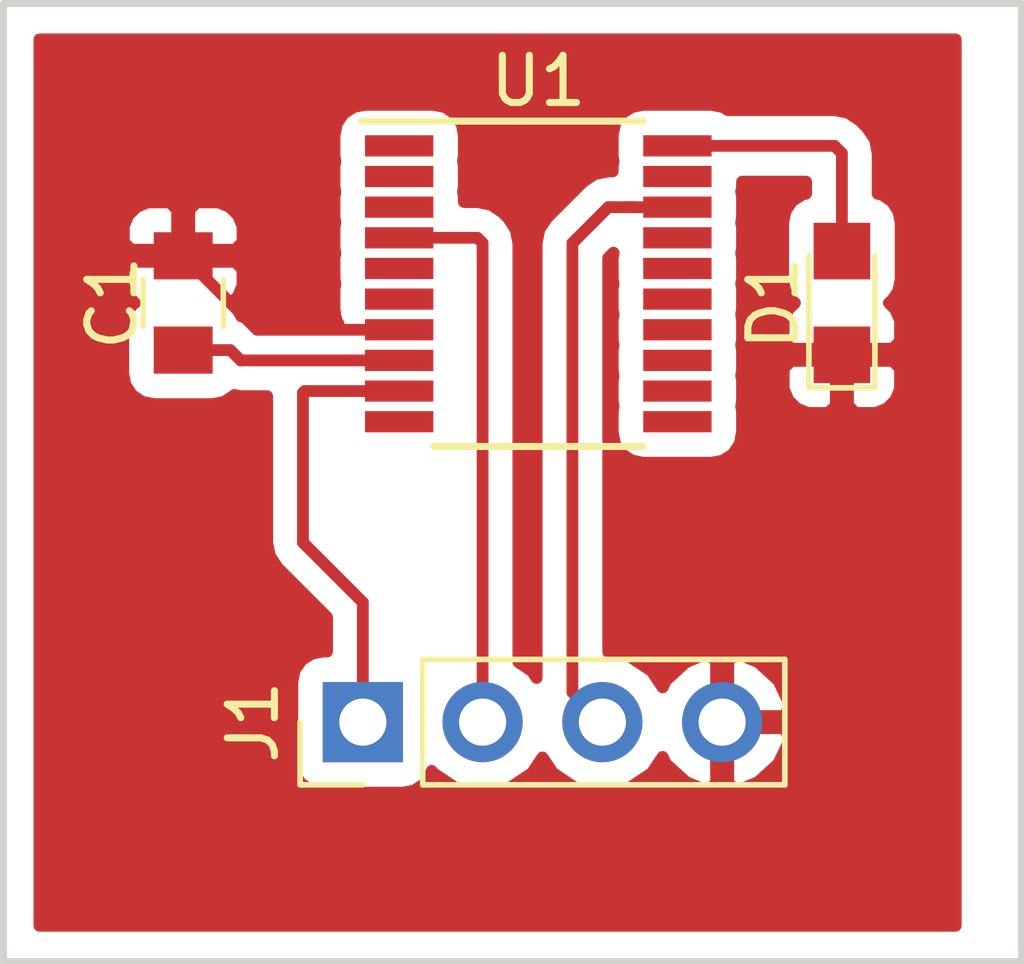
<source format=kicad_pcb>
(kicad_pcb (version 4) (host pcbnew 4.0.6)

  (general
    (links 8)
    (no_connects 0)
    (area 137.084999 98.984999 158.825001 121.571429)
    (thickness 1.6)
    (drawings 4)
    (tracks 23)
    (zones 0)
    (modules 4)
    (nets 21)
  )

  (page A4)
  (layers
    (0 F.Cu signal)
    (31 B.Cu signal hide)
    (32 B.Adhes user hide)
    (33 F.Adhes user hide)
    (34 B.Paste user hide)
    (35 F.Paste user hide)
    (36 B.SilkS user hide)
    (37 F.SilkS user hide)
    (38 B.Mask user hide)
    (39 F.Mask user hide)
    (40 Dwgs.User user hide)
    (41 Cmts.User user hide)
    (42 Eco1.User user hide)
    (43 Eco2.User user hide)
    (44 Edge.Cuts user)
    (45 Margin user hide)
    (46 B.CrtYd user hide)
    (47 F.CrtYd user hide)
    (48 B.Fab user hide)
    (49 F.Fab user hide)
  )

  (setup
    (last_trace_width 0.25)
    (trace_clearance 0.2)
    (zone_clearance 0.508)
    (zone_45_only no)
    (trace_min 0.2)
    (segment_width 0.2)
    (edge_width 0.15)
    (via_size 0.6)
    (via_drill 0.4)
    (via_min_size 0.4)
    (via_min_drill 0.3)
    (uvia_size 0.3)
    (uvia_drill 0.1)
    (uvias_allowed no)
    (uvia_min_size 0.2)
    (uvia_min_drill 0.1)
    (pcb_text_width 0.3)
    (pcb_text_size 1.5 1.5)
    (mod_edge_width 0.15)
    (mod_text_size 1 1)
    (mod_text_width 0.15)
    (pad_size 1.524 1.524)
    (pad_drill 0.762)
    (pad_to_mask_clearance 0.2)
    (aux_axis_origin 0 0)
    (visible_elements 7FFFFFFF)
    (pcbplotparams
      (layerselection 0x00000_00000001)
      (usegerberextensions false)
      (excludeedgelayer true)
      (linewidth 0.100000)
      (plotframeref false)
      (viasonmask false)
      (mode 1)
      (useauxorigin false)
      (hpglpennumber 1)
      (hpglpenspeed 20)
      (hpglpendiameter 15)
      (hpglpenoverlay 2)
      (psnegative true)
      (psa4output false)
      (plotreference true)
      (plotvalue true)
      (plotinvisibletext false)
      (padsonsilk false)
      (subtractmaskfromsilk false)
      (outputformat 4)
      (mirror true)
      (drillshape 0)
      (scaleselection 1)
      (outputdirectory ""))
  )

  (net 0 "")
  (net 1 "Net-(C1-Pad1)")
  (net 2 GND)
  (net 3 "Net-(D1-Pad2)")
  (net 4 +3V3)
  (net 5 "Net-(J1-Pad2)")
  (net 6 "Net-(J1-Pad3)")
  (net 7 "Net-(U1-Pad1)")
  (net 8 "Net-(U1-Pad2)")
  (net 9 "Net-(U1-Pad3)")
  (net 10 "Net-(U1-Pad5)")
  (net 11 "Net-(U1-Pad6)")
  (net 12 "Net-(U1-Pad10)")
  (net 13 "Net-(U1-Pad11)")
  (net 14 "Net-(U1-Pad12)")
  (net 15 "Net-(U1-Pad13)")
  (net 16 "Net-(U1-Pad14)")
  (net 17 "Net-(U1-Pad15)")
  (net 18 "Net-(U1-Pad16)")
  (net 19 "Net-(U1-Pad17)")
  (net 20 "Net-(U1-Pad19)")

  (net_class Default "Dit is de standaard class."
    (clearance 0.2)
    (trace_width 0.25)
    (via_dia 0.6)
    (via_drill 0.4)
    (uvia_dia 0.3)
    (uvia_drill 0.1)
    (add_net +3V3)
    (add_net GND)
    (add_net "Net-(C1-Pad1)")
    (add_net "Net-(D1-Pad2)")
    (add_net "Net-(J1-Pad2)")
    (add_net "Net-(J1-Pad3)")
    (add_net "Net-(U1-Pad1)")
    (add_net "Net-(U1-Pad10)")
    (add_net "Net-(U1-Pad11)")
    (add_net "Net-(U1-Pad12)")
    (add_net "Net-(U1-Pad13)")
    (add_net "Net-(U1-Pad14)")
    (add_net "Net-(U1-Pad15)")
    (add_net "Net-(U1-Pad16)")
    (add_net "Net-(U1-Pad17)")
    (add_net "Net-(U1-Pad19)")
    (add_net "Net-(U1-Pad2)")
    (add_net "Net-(U1-Pad3)")
    (add_net "Net-(U1-Pad5)")
    (add_net "Net-(U1-Pad6)")
  )

  (module Capacitors_SMD:C_0805 (layer F.Cu) (tedit 58AA8463) (tstamp 5937C045)
    (at 140.97 105.41 90)
    (descr "Capacitor SMD 0805, reflow soldering, AVX (see smccp.pdf)")
    (tags "capacitor 0805")
    (path /5936C024)
    (attr smd)
    (fp_text reference C1 (at 0 -1.5 90) (layer F.SilkS)
      (effects (font (size 1 1) (thickness 0.15)))
    )
    (fp_text value 1uF (at 0 1.75 90) (layer F.Fab)
      (effects (font (size 1 1) (thickness 0.15)))
    )
    (fp_text user %R (at 0 -1.5 90) (layer F.Fab)
      (effects (font (size 1 1) (thickness 0.15)))
    )
    (fp_line (start -1 0.62) (end -1 -0.62) (layer F.Fab) (width 0.1))
    (fp_line (start 1 0.62) (end -1 0.62) (layer F.Fab) (width 0.1))
    (fp_line (start 1 -0.62) (end 1 0.62) (layer F.Fab) (width 0.1))
    (fp_line (start -1 -0.62) (end 1 -0.62) (layer F.Fab) (width 0.1))
    (fp_line (start 0.5 -0.85) (end -0.5 -0.85) (layer F.SilkS) (width 0.12))
    (fp_line (start -0.5 0.85) (end 0.5 0.85) (layer F.SilkS) (width 0.12))
    (fp_line (start -1.75 -0.88) (end 1.75 -0.88) (layer F.CrtYd) (width 0.05))
    (fp_line (start -1.75 -0.88) (end -1.75 0.87) (layer F.CrtYd) (width 0.05))
    (fp_line (start 1.75 0.87) (end 1.75 -0.88) (layer F.CrtYd) (width 0.05))
    (fp_line (start 1.75 0.87) (end -1.75 0.87) (layer F.CrtYd) (width 0.05))
    (pad 1 smd rect (at -1 0 90) (size 1 1.25) (layers F.Cu F.Paste F.Mask)
      (net 1 "Net-(C1-Pad1)"))
    (pad 2 smd rect (at 1 0 90) (size 1 1.25) (layers F.Cu F.Paste F.Mask)
      (net 2 GND))
    (model Capacitors_SMD.3dshapes/C_0805.wrl
      (at (xyz 0 0 0))
      (scale (xyz 1 1 1))
      (rotate (xyz 0 0 0))
    )
  )

  (module LEDs:LED_0805 (layer F.Cu) (tedit 57FE93EC) (tstamp 5937C04B)
    (at 154.94 105.41 90)
    (descr "LED 0805 smd package")
    (tags "LED led 0805 SMD smd SMT smt smdled SMDLED smtled SMTLED")
    (path /5936CB1F)
    (attr smd)
    (fp_text reference D1 (at 0 -1.45 90) (layer F.SilkS)
      (effects (font (size 1 1) (thickness 0.15)))
    )
    (fp_text value LED_Small (at 0 1.55 90) (layer F.Fab)
      (effects (font (size 1 1) (thickness 0.15)))
    )
    (fp_line (start -1.8 -0.7) (end -1.8 0.7) (layer F.SilkS) (width 0.12))
    (fp_line (start -0.4 -0.4) (end -0.4 0.4) (layer F.Fab) (width 0.1))
    (fp_line (start -0.4 0) (end 0.2 -0.4) (layer F.Fab) (width 0.1))
    (fp_line (start 0.2 0.4) (end -0.4 0) (layer F.Fab) (width 0.1))
    (fp_line (start 0.2 -0.4) (end 0.2 0.4) (layer F.Fab) (width 0.1))
    (fp_line (start 1 0.6) (end -1 0.6) (layer F.Fab) (width 0.1))
    (fp_line (start 1 -0.6) (end 1 0.6) (layer F.Fab) (width 0.1))
    (fp_line (start -1 -0.6) (end 1 -0.6) (layer F.Fab) (width 0.1))
    (fp_line (start -1 0.6) (end -1 -0.6) (layer F.Fab) (width 0.1))
    (fp_line (start -1.8 0.7) (end 1 0.7) (layer F.SilkS) (width 0.12))
    (fp_line (start -1.8 -0.7) (end 1 -0.7) (layer F.SilkS) (width 0.12))
    (fp_line (start 1.95 -0.85) (end 1.95 0.85) (layer F.CrtYd) (width 0.05))
    (fp_line (start 1.95 0.85) (end -1.95 0.85) (layer F.CrtYd) (width 0.05))
    (fp_line (start -1.95 0.85) (end -1.95 -0.85) (layer F.CrtYd) (width 0.05))
    (fp_line (start -1.95 -0.85) (end 1.95 -0.85) (layer F.CrtYd) (width 0.05))
    (pad 2 smd rect (at 1.1 0 270) (size 1.2 1.2) (layers F.Cu F.Paste F.Mask)
      (net 3 "Net-(D1-Pad2)"))
    (pad 1 smd rect (at -1.1 0 270) (size 1.2 1.2) (layers F.Cu F.Paste F.Mask)
      (net 2 GND))
    (model LEDs.3dshapes/LED_0805.wrl
      (at (xyz 0 0 0))
      (scale (xyz 1 1 1))
      (rotate (xyz 0 0 180))
    )
  )

  (module Pin_Headers:Pin_Header_Straight_1x04_Pitch2.54mm (layer F.Cu) (tedit 58CD4EC1) (tstamp 5937C053)
    (at 144.78 114.3 90)
    (descr "Through hole straight pin header, 1x04, 2.54mm pitch, single row")
    (tags "Through hole pin header THT 1x04 2.54mm single row")
    (path /5936C5F6)
    (fp_text reference J1 (at 0 -2.33 90) (layer F.SilkS)
      (effects (font (size 1 1) (thickness 0.15)))
    )
    (fp_text value CONN_01X04_MALE (at 0 9.95 90) (layer F.Fab)
      (effects (font (size 1 1) (thickness 0.15)))
    )
    (fp_line (start -1.27 -1.27) (end -1.27 8.89) (layer F.Fab) (width 0.1))
    (fp_line (start -1.27 8.89) (end 1.27 8.89) (layer F.Fab) (width 0.1))
    (fp_line (start 1.27 8.89) (end 1.27 -1.27) (layer F.Fab) (width 0.1))
    (fp_line (start 1.27 -1.27) (end -1.27 -1.27) (layer F.Fab) (width 0.1))
    (fp_line (start -1.33 1.27) (end -1.33 8.95) (layer F.SilkS) (width 0.12))
    (fp_line (start -1.33 8.95) (end 1.33 8.95) (layer F.SilkS) (width 0.12))
    (fp_line (start 1.33 8.95) (end 1.33 1.27) (layer F.SilkS) (width 0.12))
    (fp_line (start 1.33 1.27) (end -1.33 1.27) (layer F.SilkS) (width 0.12))
    (fp_line (start -1.33 0) (end -1.33 -1.33) (layer F.SilkS) (width 0.12))
    (fp_line (start -1.33 -1.33) (end 0 -1.33) (layer F.SilkS) (width 0.12))
    (fp_line (start -1.8 -1.8) (end -1.8 9.4) (layer F.CrtYd) (width 0.05))
    (fp_line (start -1.8 9.4) (end 1.8 9.4) (layer F.CrtYd) (width 0.05))
    (fp_line (start 1.8 9.4) (end 1.8 -1.8) (layer F.CrtYd) (width 0.05))
    (fp_line (start 1.8 -1.8) (end -1.8 -1.8) (layer F.CrtYd) (width 0.05))
    (fp_text user %R (at 0 -2.33 90) (layer F.Fab)
      (effects (font (size 1 1) (thickness 0.15)))
    )
    (pad 1 thru_hole rect (at 0 0 90) (size 1.7 1.7) (drill 1) (layers *.Cu *.Mask)
      (net 4 +3V3))
    (pad 2 thru_hole oval (at 0 2.54 90) (size 1.7 1.7) (drill 1) (layers *.Cu *.Mask)
      (net 5 "Net-(J1-Pad2)"))
    (pad 3 thru_hole oval (at 0 5.08 90) (size 1.7 1.7) (drill 1) (layers *.Cu *.Mask)
      (net 6 "Net-(J1-Pad3)"))
    (pad 4 thru_hole oval (at 0 7.62 90) (size 1.7 1.7) (drill 1) (layers *.Cu *.Mask)
      (net 2 GND))
    (model ${KISYS3DMOD}/Pin_Headers.3dshapes/Pin_Header_Straight_1x04_Pitch2.54mm.wrl
      (at (xyz 0 -0.15 0))
      (scale (xyz 1 1 1))
      (rotate (xyz 0 0 90))
    )
  )

  (module Housings_SSOP:TSSOP-20_4.4x6.5mm_Pitch0.65mm (layer F.Cu) (tedit 54130A77) (tstamp 5937C06B)
    (at 148.5011 105.0036)
    (descr "20-Lead Plastic Thin Shrink Small Outline (ST)-4.4 mm Body [TSSOP] (see Microchip Packaging Specification 00000049BS.pdf)")
    (tags "SSOP 0.65")
    (path /59369BED)
    (attr smd)
    (fp_text reference U1 (at 0 -4.3) (layer F.SilkS)
      (effects (font (size 1 1) (thickness 0.15)))
    )
    (fp_text value STM8S003F3P (at 0 4.3) (layer F.Fab)
      (effects (font (size 1 1) (thickness 0.15)))
    )
    (fp_line (start -1.2 -3.25) (end 2.2 -3.25) (layer F.Fab) (width 0.15))
    (fp_line (start 2.2 -3.25) (end 2.2 3.25) (layer F.Fab) (width 0.15))
    (fp_line (start 2.2 3.25) (end -2.2 3.25) (layer F.Fab) (width 0.15))
    (fp_line (start -2.2 3.25) (end -2.2 -2.25) (layer F.Fab) (width 0.15))
    (fp_line (start -2.2 -2.25) (end -1.2 -3.25) (layer F.Fab) (width 0.15))
    (fp_line (start -3.95 -3.55) (end -3.95 3.55) (layer F.CrtYd) (width 0.05))
    (fp_line (start 3.95 -3.55) (end 3.95 3.55) (layer F.CrtYd) (width 0.05))
    (fp_line (start -3.95 -3.55) (end 3.95 -3.55) (layer F.CrtYd) (width 0.05))
    (fp_line (start -3.95 3.55) (end 3.95 3.55) (layer F.CrtYd) (width 0.05))
    (fp_line (start -2.225 3.45) (end 2.225 3.45) (layer F.SilkS) (width 0.15))
    (fp_line (start -3.75 -3.45) (end 2.225 -3.45) (layer F.SilkS) (width 0.15))
    (fp_text user %R (at 0 0) (layer F.Fab)
      (effects (font (size 0.8 0.8) (thickness 0.15)))
    )
    (pad 1 smd rect (at -2.95 -2.925) (size 1.45 0.45) (layers F.Cu F.Paste F.Mask)
      (net 7 "Net-(U1-Pad1)"))
    (pad 2 smd rect (at -2.95 -2.275) (size 1.45 0.45) (layers F.Cu F.Paste F.Mask)
      (net 8 "Net-(U1-Pad2)"))
    (pad 3 smd rect (at -2.95 -1.625) (size 1.45 0.45) (layers F.Cu F.Paste F.Mask)
      (net 9 "Net-(U1-Pad3)"))
    (pad 4 smd rect (at -2.95 -0.975) (size 1.45 0.45) (layers F.Cu F.Paste F.Mask)
      (net 5 "Net-(J1-Pad2)"))
    (pad 5 smd rect (at -2.95 -0.325) (size 1.45 0.45) (layers F.Cu F.Paste F.Mask)
      (net 10 "Net-(U1-Pad5)"))
    (pad 6 smd rect (at -2.95 0.325) (size 1.45 0.45) (layers F.Cu F.Paste F.Mask)
      (net 11 "Net-(U1-Pad6)"))
    (pad 7 smd rect (at -2.95 0.975) (size 1.45 0.45) (layers F.Cu F.Paste F.Mask)
      (net 2 GND))
    (pad 8 smd rect (at -2.95 1.625) (size 1.45 0.45) (layers F.Cu F.Paste F.Mask)
      (net 1 "Net-(C1-Pad1)"))
    (pad 9 smd rect (at -2.95 2.275) (size 1.45 0.45) (layers F.Cu F.Paste F.Mask)
      (net 4 +3V3))
    (pad 10 smd rect (at -2.95 2.925) (size 1.45 0.45) (layers F.Cu F.Paste F.Mask)
      (net 12 "Net-(U1-Pad10)"))
    (pad 11 smd rect (at 2.95 2.925) (size 1.45 0.45) (layers F.Cu F.Paste F.Mask)
      (net 13 "Net-(U1-Pad11)"))
    (pad 12 smd rect (at 2.95 2.275) (size 1.45 0.45) (layers F.Cu F.Paste F.Mask)
      (net 14 "Net-(U1-Pad12)"))
    (pad 13 smd rect (at 2.95 1.625) (size 1.45 0.45) (layers F.Cu F.Paste F.Mask)
      (net 15 "Net-(U1-Pad13)"))
    (pad 14 smd rect (at 2.95 0.975) (size 1.45 0.45) (layers F.Cu F.Paste F.Mask)
      (net 16 "Net-(U1-Pad14)"))
    (pad 15 smd rect (at 2.95 0.325) (size 1.45 0.45) (layers F.Cu F.Paste F.Mask)
      (net 17 "Net-(U1-Pad15)"))
    (pad 16 smd rect (at 2.95 -0.325) (size 1.45 0.45) (layers F.Cu F.Paste F.Mask)
      (net 18 "Net-(U1-Pad16)"))
    (pad 17 smd rect (at 2.95 -0.975) (size 1.45 0.45) (layers F.Cu F.Paste F.Mask)
      (net 19 "Net-(U1-Pad17)"))
    (pad 18 smd rect (at 2.95 -1.625) (size 1.45 0.45) (layers F.Cu F.Paste F.Mask)
      (net 6 "Net-(J1-Pad3)"))
    (pad 19 smd rect (at 2.95 -2.275) (size 1.45 0.45) (layers F.Cu F.Paste F.Mask)
      (net 20 "Net-(U1-Pad19)"))
    (pad 20 smd rect (at 2.95 -2.925) (size 1.45 0.45) (layers F.Cu F.Paste F.Mask)
      (net 3 "Net-(D1-Pad2)"))
    (model ${KISYS3DMOD}/Housings_SSOP.3dshapes/TSSOP-20_4.4x6.5mm_Pitch0.65mm.wrl
      (at (xyz 0 0 0))
      (scale (xyz 1 1 1))
      (rotate (xyz 0 0 0))
    )
  )

  (gr_line (start 137.16 119.38) (end 137.16 99.06) (angle 90) (layer Edge.Cuts) (width 0.15))
  (gr_line (start 158.75 119.38) (end 137.16 119.38) (angle 90) (layer Edge.Cuts) (width 0.15))
  (gr_line (start 158.75 99.06) (end 158.75 119.38) (angle 90) (layer Edge.Cuts) (width 0.15))
  (gr_line (start 137.16 99.06) (end 158.75 99.06) (angle 90) (layer Edge.Cuts) (width 0.15))

  (segment (start 140.97 106.41) (end 141.97 106.41) (width 0.25) (layer F.Cu) (net 1))
  (segment (start 142.1886 106.6286) (end 145.5511 106.6286) (width 0.25) (layer F.Cu) (net 1) (tstamp 5937DA4B))
  (segment (start 141.97 106.41) (end 142.1886 106.6286) (width 0.25) (layer F.Cu) (net 1) (tstamp 5937DA43))
  (segment (start 140.97 106.41) (end 140.97 106.68) (width 0.25) (layer F.Cu) (net 1))
  (segment (start 145.5511 105.9786) (end 142.5386 105.9786) (width 0.25) (layer F.Cu) (net 2))
  (segment (start 142.5386 105.9786) (end 140.97 104.41) (width 0.25) (layer F.Cu) (net 2) (tstamp 5937DEFF))
  (segment (start 154.94 104.31) (end 154.94 102.235) (width 0.25) (layer F.Cu) (net 3))
  (segment (start 154.7836 102.0786) (end 151.4511 102.0786) (width 0.25) (layer F.Cu) (net 3) (tstamp 5937D8AD))
  (segment (start 154.94 102.235) (end 154.7836 102.0786) (width 0.25) (layer F.Cu) (net 3) (tstamp 5937D8A8))
  (segment (start 143.51 110.49) (end 143.51 107.315) (width 0.25) (layer F.Cu) (net 4))
  (segment (start 144.78 111.76) (end 143.51 110.49) (width 0.25) (layer F.Cu) (net 4) (tstamp 5937D67B))
  (segment (start 144.78 114.3) (end 144.78 111.76) (width 0.25) (layer F.Cu) (net 4))
  (segment (start 143.5464 107.2786) (end 145.5511 107.2786) (width 0.25) (layer F.Cu) (net 4) (tstamp 5937D880))
  (segment (start 143.51 107.315) (end 143.5464 107.2786) (width 0.25) (layer F.Cu) (net 4) (tstamp 5937D87E))
  (segment (start 147.32 114.3) (end 147.32 104.14) (width 0.25) (layer F.Cu) (net 5))
  (segment (start 147.2086 104.0286) (end 145.5511 104.0286) (width 0.25) (layer F.Cu) (net 5) (tstamp 5937D6ED))
  (segment (start 147.32 104.14) (end 147.2086 104.0286) (width 0.25) (layer F.Cu) (net 5) (tstamp 5937D6E9))
  (segment (start 150.495 103.3786) (end 149.9864 103.3786) (width 0.25) (layer F.Cu) (net 6))
  (segment (start 149.225 113.665) (end 149.86 114.3) (width 0.25) (layer F.Cu) (net 6) (tstamp 5937D8ED))
  (segment (start 149.225 104.14) (end 149.225 113.665) (width 0.25) (layer F.Cu) (net 6) (tstamp 5937D8E8))
  (segment (start 149.9864 103.3786) (end 149.225 104.14) (width 0.25) (layer F.Cu) (net 6) (tstamp 5937D8E7))
  (segment (start 150.3686 103.3786) (end 150.495 103.3786) (width 0.25) (layer F.Cu) (net 6) (tstamp 5937D6F9))
  (segment (start 150.495 103.3786) (end 151.4511 103.3786) (width 0.25) (layer F.Cu) (net 6) (tstamp 5937D8E5))

  (zone (net 2) (net_name GND) (layer F.Cu) (tstamp 5937DDDD) (hatch edge 0.508)
    (connect_pads (clearance 0.508))
    (min_thickness 0.254)
    (fill yes (arc_segments 16) (thermal_gap 0.508) (thermal_bridge_width 0.508))
    (polygon
      (pts
        (xy 157.48 118.745) (xy 137.795 118.745) (xy 137.795 99.695) (xy 157.48 99.695)
      )
    )
    (filled_polygon
      (pts
        (xy 157.353 118.618) (xy 137.922 118.618) (xy 137.922 105.91) (xy 139.69756 105.91) (xy 139.69756 106.91)
        (xy 139.741838 107.145317) (xy 139.88091 107.361441) (xy 140.09311 107.506431) (xy 140.345 107.55744) (xy 141.595 107.55744)
        (xy 141.830317 107.513162) (xy 142.046441 107.37409) (xy 142.054722 107.36197) (xy 142.1886 107.3886) (xy 142.75 107.3886)
        (xy 142.75 110.49) (xy 142.807852 110.780839) (xy 142.972599 111.027401) (xy 144.02 112.074802) (xy 144.02 112.80256)
        (xy 143.93 112.80256) (xy 143.694683 112.846838) (xy 143.478559 112.98591) (xy 143.333569 113.19811) (xy 143.28256 113.45)
        (xy 143.28256 115.15) (xy 143.326838 115.385317) (xy 143.46591 115.601441) (xy 143.67811 115.746431) (xy 143.93 115.79744)
        (xy 145.63 115.79744) (xy 145.865317 115.753162) (xy 146.081441 115.61409) (xy 146.226431 115.40189) (xy 146.240086 115.334459)
        (xy 146.269946 115.379147) (xy 146.751715 115.701054) (xy 147.32 115.814093) (xy 147.888285 115.701054) (xy 148.370054 115.379147)
        (xy 148.59 115.049974) (xy 148.809946 115.379147) (xy 149.291715 115.701054) (xy 149.86 115.814093) (xy 150.428285 115.701054)
        (xy 150.910054 115.379147) (xy 151.137702 115.038447) (xy 151.204817 115.181358) (xy 151.633076 115.571645) (xy 152.04311 115.741476)
        (xy 152.273 115.620155) (xy 152.273 114.427) (xy 152.527 114.427) (xy 152.527 115.620155) (xy 152.75689 115.741476)
        (xy 153.166924 115.571645) (xy 153.595183 115.181358) (xy 153.841486 114.656892) (xy 153.720819 114.427) (xy 152.527 114.427)
        (xy 152.273 114.427) (xy 152.253 114.427) (xy 152.253 114.173) (xy 152.273 114.173) (xy 152.273 112.979845)
        (xy 152.527 112.979845) (xy 152.527 114.173) (xy 153.720819 114.173) (xy 153.841486 113.943108) (xy 153.595183 113.418642)
        (xy 153.166924 113.028355) (xy 152.75689 112.858524) (xy 152.527 112.979845) (xy 152.273 112.979845) (xy 152.04311 112.858524)
        (xy 151.633076 113.028355) (xy 151.204817 113.418642) (xy 151.137702 113.561553) (xy 150.910054 113.220853) (xy 150.428285 112.898946)
        (xy 149.985 112.810771) (xy 149.985 104.454802) (xy 150.095691 104.344111) (xy 150.098167 104.357271) (xy 150.07866 104.4536)
        (xy 150.07866 104.9036) (xy 150.098167 105.007271) (xy 150.07866 105.1036) (xy 150.07866 105.5536) (xy 150.098167 105.657271)
        (xy 150.07866 105.7536) (xy 150.07866 106.2036) (xy 150.098167 106.307271) (xy 150.07866 106.4036) (xy 150.07866 106.8536)
        (xy 150.098167 106.957271) (xy 150.07866 107.0536) (xy 150.07866 107.5036) (xy 150.098167 107.607271) (xy 150.07866 107.7036)
        (xy 150.07866 108.1536) (xy 150.122938 108.388917) (xy 150.26201 108.605041) (xy 150.47421 108.750031) (xy 150.7261 108.80104)
        (xy 152.1761 108.80104) (xy 152.411417 108.756762) (xy 152.627541 108.61769) (xy 152.772531 108.40549) (xy 152.82354 108.1536)
        (xy 152.82354 107.7036) (xy 152.804033 107.599929) (xy 152.82354 107.5036) (xy 152.82354 107.0536) (xy 152.804033 106.949929)
        (xy 152.82354 106.8536) (xy 152.82354 106.79575) (xy 153.705 106.79575) (xy 153.705 107.236309) (xy 153.801673 107.469698)
        (xy 153.980301 107.648327) (xy 154.21369 107.745) (xy 154.65425 107.745) (xy 154.813 107.58625) (xy 154.813 106.637)
        (xy 155.067 106.637) (xy 155.067 107.58625) (xy 155.22575 107.745) (xy 155.66631 107.745) (xy 155.899699 107.648327)
        (xy 156.078327 107.469698) (xy 156.175 107.236309) (xy 156.175 106.79575) (xy 156.01625 106.637) (xy 155.067 106.637)
        (xy 154.813 106.637) (xy 153.86375 106.637) (xy 153.705 106.79575) (xy 152.82354 106.79575) (xy 152.82354 106.4036)
        (xy 152.804033 106.299929) (xy 152.82354 106.2036) (xy 152.82354 105.7536) (xy 152.804033 105.649929) (xy 152.82354 105.5536)
        (xy 152.82354 105.1036) (xy 152.804033 104.999929) (xy 152.82354 104.9036) (xy 152.82354 104.4536) (xy 152.804033 104.349929)
        (xy 152.82354 104.2536) (xy 152.82354 103.8036) (xy 152.804033 103.699929) (xy 152.82354 103.6036) (xy 152.82354 103.1536)
        (xy 152.804033 103.049929) (xy 152.82354 102.9536) (xy 152.82354 102.8386) (xy 154.18 102.8386) (xy 154.18 103.092666)
        (xy 154.104683 103.106838) (xy 153.888559 103.24591) (xy 153.743569 103.45811) (xy 153.69256 103.71) (xy 153.69256 104.91)
        (xy 153.736838 105.145317) (xy 153.87591 105.361441) (xy 153.944006 105.407969) (xy 153.801673 105.550302) (xy 153.705 105.783691)
        (xy 153.705 106.22425) (xy 153.86375 106.383) (xy 154.813 106.383) (xy 154.813 106.363) (xy 155.067 106.363)
        (xy 155.067 106.383) (xy 156.01625 106.383) (xy 156.175 106.22425) (xy 156.175 105.783691) (xy 156.078327 105.550302)
        (xy 155.93709 105.409064) (xy 155.991441 105.37409) (xy 156.136431 105.16189) (xy 156.18744 104.91) (xy 156.18744 103.71)
        (xy 156.143162 103.474683) (xy 156.00409 103.258559) (xy 155.79189 103.113569) (xy 155.7 103.094961) (xy 155.7 102.235)
        (xy 155.642148 101.944161) (xy 155.477401 101.697599) (xy 155.321001 101.541199) (xy 155.074439 101.376452) (xy 154.7836 101.3186)
        (xy 152.517897 101.3186) (xy 152.42799 101.257169) (xy 152.1761 101.20616) (xy 150.7261 101.20616) (xy 150.490783 101.250438)
        (xy 150.274659 101.38951) (xy 150.129669 101.60171) (xy 150.07866 101.8536) (xy 150.07866 102.3036) (xy 150.098167 102.407271)
        (xy 150.07866 102.5036) (xy 150.07866 102.6186) (xy 149.9864 102.6186) (xy 149.69556 102.676452) (xy 149.448999 102.841199)
        (xy 148.687599 103.602599) (xy 148.522852 103.849161) (xy 148.465 104.14) (xy 148.465 113.36295) (xy 148.370054 113.220853)
        (xy 148.08 113.027046) (xy 148.08 104.14) (xy 148.065617 104.06769) (xy 148.022148 103.84916) (xy 147.857401 103.602599)
        (xy 147.746001 103.491199) (xy 147.499439 103.326452) (xy 147.2086 103.2686) (xy 146.92354 103.2686) (xy 146.92354 103.1536)
        (xy 146.904033 103.049929) (xy 146.92354 102.9536) (xy 146.92354 102.5036) (xy 146.904033 102.399929) (xy 146.92354 102.3036)
        (xy 146.92354 101.8536) (xy 146.879262 101.618283) (xy 146.74019 101.402159) (xy 146.52799 101.257169) (xy 146.2761 101.20616)
        (xy 144.8261 101.20616) (xy 144.590783 101.250438) (xy 144.374659 101.38951) (xy 144.229669 101.60171) (xy 144.17866 101.8536)
        (xy 144.17866 102.3036) (xy 144.198167 102.407271) (xy 144.17866 102.5036) (xy 144.17866 102.9536) (xy 144.198167 103.057271)
        (xy 144.17866 103.1536) (xy 144.17866 103.6036) (xy 144.198167 103.707271) (xy 144.17866 103.8036) (xy 144.17866 104.2536)
        (xy 144.198167 104.357271) (xy 144.17866 104.4536) (xy 144.17866 104.9036) (xy 144.198167 105.007271) (xy 144.17866 105.1036)
        (xy 144.17866 105.5536) (xy 144.19208 105.624923) (xy 144.1911 105.62729) (xy 144.1911 105.70735) (xy 144.211412 105.727662)
        (xy 144.222938 105.788917) (xy 144.263272 105.851598) (xy 144.1911 105.851598) (xy 144.1911 105.8686) (xy 142.501416 105.8686)
        (xy 142.260839 105.707852) (xy 142.202209 105.69619) (xy 142.198162 105.674683) (xy 142.05909 105.458559) (xy 141.990994 105.412031)
        (xy 142.133327 105.269698) (xy 142.23 105.036309) (xy 142.23 104.69575) (xy 142.07125 104.537) (xy 141.097 104.537)
        (xy 141.097 104.557) (xy 140.843 104.557) (xy 140.843 104.537) (xy 139.86875 104.537) (xy 139.71 104.69575)
        (xy 139.71 105.036309) (xy 139.806673 105.269698) (xy 139.94791 105.410936) (xy 139.893559 105.44591) (xy 139.748569 105.65811)
        (xy 139.69756 105.91) (xy 137.922 105.91) (xy 137.922 103.783691) (xy 139.71 103.783691) (xy 139.71 104.12425)
        (xy 139.86875 104.283) (xy 140.843 104.283) (xy 140.843 103.43375) (xy 141.097 103.43375) (xy 141.097 104.283)
        (xy 142.07125 104.283) (xy 142.23 104.12425) (xy 142.23 103.783691) (xy 142.133327 103.550302) (xy 141.954699 103.371673)
        (xy 141.72131 103.275) (xy 141.25575 103.275) (xy 141.097 103.43375) (xy 140.843 103.43375) (xy 140.68425 103.275)
        (xy 140.21869 103.275) (xy 139.985301 103.371673) (xy 139.806673 103.550302) (xy 139.71 103.783691) (xy 137.922 103.783691)
        (xy 137.922 99.822) (xy 157.353 99.822)
      )
    )
  )
)

</source>
